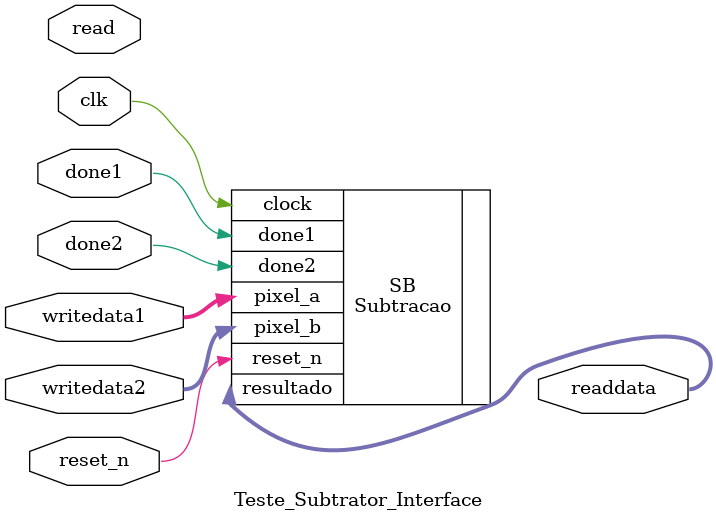
<source format=v>

module Teste_Subtrator_Interface(clk, reset_n, done1, done2, writedata1, writedata2, read, readdata);

input clk, reset_n, read, done1, done2;
input [31:0] writedata1, writedata2;
output [31:0] readdata;

Subtracao SB (.clock(clk), .reset_n(reset_n), .done1(done1), .done2(done2), .pixel_a(writedata1), .pixel_b(writedata2), .resultado(readdata));

endmodule

</source>
